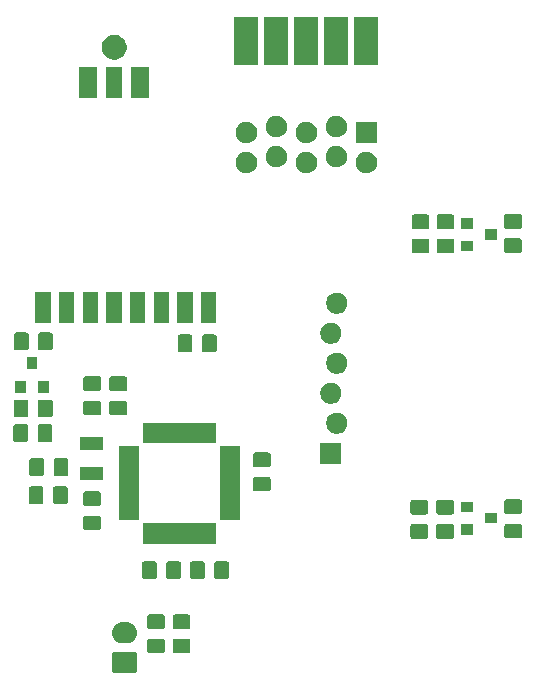
<source format=gbs>
G04 #@! TF.GenerationSoftware,KiCad,Pcbnew,(5.1.5)-3*
G04 #@! TF.CreationDate,2020-04-06T21:20:36+02:00*
G04 #@! TF.ProjectId,RHS_3,5248535f-332e-46b6-9963-61645f706362,rev?*
G04 #@! TF.SameCoordinates,Original*
G04 #@! TF.FileFunction,Soldermask,Bot*
G04 #@! TF.FilePolarity,Negative*
%FSLAX46Y46*%
G04 Gerber Fmt 4.6, Leading zero omitted, Abs format (unit mm)*
G04 Created by KiCad (PCBNEW (5.1.5)-3) date 2020-04-06 21:20:36*
%MOMM*%
%LPD*%
G04 APERTURE LIST*
%ADD10C,0.100000*%
G04 APERTURE END LIST*
D10*
G36*
X70885600Y-123308989D02*
G01*
X70918652Y-123319015D01*
X70949103Y-123335292D01*
X70975799Y-123357201D01*
X70997708Y-123383897D01*
X71013985Y-123414348D01*
X71024011Y-123447400D01*
X71028000Y-123487903D01*
X71028000Y-124924097D01*
X71024011Y-124964600D01*
X71013985Y-124997652D01*
X70997708Y-125028103D01*
X70975799Y-125054799D01*
X70949103Y-125076708D01*
X70918652Y-125092985D01*
X70885600Y-125103011D01*
X70845097Y-125107000D01*
X69108903Y-125107000D01*
X69068400Y-125103011D01*
X69035348Y-125092985D01*
X69004897Y-125076708D01*
X68978201Y-125054799D01*
X68956292Y-125028103D01*
X68940015Y-124997652D01*
X68929989Y-124964600D01*
X68926000Y-124924097D01*
X68926000Y-123487903D01*
X68929989Y-123447400D01*
X68940015Y-123414348D01*
X68956292Y-123383897D01*
X68978201Y-123357201D01*
X69004897Y-123335292D01*
X69035348Y-123319015D01*
X69068400Y-123308989D01*
X69108903Y-123305000D01*
X70845097Y-123305000D01*
X70885600Y-123308989D01*
G37*
G36*
X75391674Y-122196465D02*
G01*
X75429367Y-122207899D01*
X75464103Y-122226466D01*
X75494548Y-122251452D01*
X75519534Y-122281897D01*
X75538101Y-122316633D01*
X75549535Y-122354326D01*
X75554000Y-122399661D01*
X75554000Y-123236339D01*
X75549535Y-123281674D01*
X75538101Y-123319367D01*
X75519534Y-123354103D01*
X75494548Y-123384548D01*
X75464103Y-123409534D01*
X75429367Y-123428101D01*
X75391674Y-123439535D01*
X75346339Y-123444000D01*
X74259661Y-123444000D01*
X74214326Y-123439535D01*
X74176633Y-123428101D01*
X74141897Y-123409534D01*
X74111452Y-123384548D01*
X74086466Y-123354103D01*
X74067899Y-123319367D01*
X74056465Y-123281674D01*
X74052000Y-123236339D01*
X74052000Y-122399661D01*
X74056465Y-122354326D01*
X74067899Y-122316633D01*
X74086466Y-122281897D01*
X74111452Y-122251452D01*
X74141897Y-122226466D01*
X74176633Y-122207899D01*
X74214326Y-122196465D01*
X74259661Y-122192000D01*
X75346339Y-122192000D01*
X75391674Y-122196465D01*
G37*
G36*
X73232674Y-122196465D02*
G01*
X73270367Y-122207899D01*
X73305103Y-122226466D01*
X73335548Y-122251452D01*
X73360534Y-122281897D01*
X73379101Y-122316633D01*
X73390535Y-122354326D01*
X73395000Y-122399661D01*
X73395000Y-123236339D01*
X73390535Y-123281674D01*
X73379101Y-123319367D01*
X73360534Y-123354103D01*
X73335548Y-123384548D01*
X73305103Y-123409534D01*
X73270367Y-123428101D01*
X73232674Y-123439535D01*
X73187339Y-123444000D01*
X72100661Y-123444000D01*
X72055326Y-123439535D01*
X72017633Y-123428101D01*
X71982897Y-123409534D01*
X71952452Y-123384548D01*
X71927466Y-123354103D01*
X71908899Y-123319367D01*
X71897465Y-123281674D01*
X71893000Y-123236339D01*
X71893000Y-122399661D01*
X71897465Y-122354326D01*
X71908899Y-122316633D01*
X71927466Y-122281897D01*
X71952452Y-122251452D01*
X71982897Y-122226466D01*
X72017633Y-122207899D01*
X72055326Y-122196465D01*
X72100661Y-122192000D01*
X73187339Y-122192000D01*
X73232674Y-122196465D01*
G37*
G36*
X70237443Y-120811519D02*
G01*
X70303627Y-120818037D01*
X70473466Y-120869557D01*
X70629991Y-120953222D01*
X70665729Y-120982552D01*
X70767186Y-121065814D01*
X70850448Y-121167271D01*
X70879778Y-121203009D01*
X70963443Y-121359534D01*
X71014963Y-121529373D01*
X71032359Y-121706000D01*
X71014963Y-121882627D01*
X70963443Y-122052466D01*
X70879778Y-122208991D01*
X70856078Y-122237869D01*
X70767186Y-122346186D01*
X70688117Y-122411075D01*
X70629991Y-122458778D01*
X70473466Y-122542443D01*
X70303627Y-122593963D01*
X70237442Y-122600482D01*
X70171260Y-122607000D01*
X69782740Y-122607000D01*
X69716558Y-122600482D01*
X69650373Y-122593963D01*
X69480534Y-122542443D01*
X69324009Y-122458778D01*
X69265883Y-122411075D01*
X69186814Y-122346186D01*
X69097922Y-122237869D01*
X69074222Y-122208991D01*
X68990557Y-122052466D01*
X68939037Y-121882627D01*
X68921641Y-121706000D01*
X68939037Y-121529373D01*
X68990557Y-121359534D01*
X69074222Y-121203009D01*
X69103552Y-121167271D01*
X69186814Y-121065814D01*
X69288271Y-120982552D01*
X69324009Y-120953222D01*
X69480534Y-120869557D01*
X69650373Y-120818037D01*
X69716557Y-120811519D01*
X69782740Y-120805000D01*
X70171260Y-120805000D01*
X70237443Y-120811519D01*
G37*
G36*
X73232674Y-120146465D02*
G01*
X73270367Y-120157899D01*
X73305103Y-120176466D01*
X73335548Y-120201452D01*
X73360534Y-120231897D01*
X73379101Y-120266633D01*
X73390535Y-120304326D01*
X73395000Y-120349661D01*
X73395000Y-121186339D01*
X73390535Y-121231674D01*
X73379101Y-121269367D01*
X73360534Y-121304103D01*
X73335548Y-121334548D01*
X73305103Y-121359534D01*
X73270367Y-121378101D01*
X73232674Y-121389535D01*
X73187339Y-121394000D01*
X72100661Y-121394000D01*
X72055326Y-121389535D01*
X72017633Y-121378101D01*
X71982897Y-121359534D01*
X71952452Y-121334548D01*
X71927466Y-121304103D01*
X71908899Y-121269367D01*
X71897465Y-121231674D01*
X71893000Y-121186339D01*
X71893000Y-120349661D01*
X71897465Y-120304326D01*
X71908899Y-120266633D01*
X71927466Y-120231897D01*
X71952452Y-120201452D01*
X71982897Y-120176466D01*
X72017633Y-120157899D01*
X72055326Y-120146465D01*
X72100661Y-120142000D01*
X73187339Y-120142000D01*
X73232674Y-120146465D01*
G37*
G36*
X75391674Y-120146465D02*
G01*
X75429367Y-120157899D01*
X75464103Y-120176466D01*
X75494548Y-120201452D01*
X75519534Y-120231897D01*
X75538101Y-120266633D01*
X75549535Y-120304326D01*
X75554000Y-120349661D01*
X75554000Y-121186339D01*
X75549535Y-121231674D01*
X75538101Y-121269367D01*
X75519534Y-121304103D01*
X75494548Y-121334548D01*
X75464103Y-121359534D01*
X75429367Y-121378101D01*
X75391674Y-121389535D01*
X75346339Y-121394000D01*
X74259661Y-121394000D01*
X74214326Y-121389535D01*
X74176633Y-121378101D01*
X74141897Y-121359534D01*
X74111452Y-121334548D01*
X74086466Y-121304103D01*
X74067899Y-121269367D01*
X74056465Y-121231674D01*
X74052000Y-121186339D01*
X74052000Y-120349661D01*
X74056465Y-120304326D01*
X74067899Y-120266633D01*
X74086466Y-120231897D01*
X74111452Y-120201452D01*
X74141897Y-120176466D01*
X74176633Y-120157899D01*
X74214326Y-120146465D01*
X74259661Y-120142000D01*
X75346339Y-120142000D01*
X75391674Y-120146465D01*
G37*
G36*
X74598674Y-115663465D02*
G01*
X74636367Y-115674899D01*
X74671103Y-115693466D01*
X74701548Y-115718452D01*
X74726534Y-115748897D01*
X74745101Y-115783633D01*
X74756535Y-115821326D01*
X74761000Y-115866661D01*
X74761000Y-116953339D01*
X74756535Y-116998674D01*
X74745101Y-117036367D01*
X74726534Y-117071103D01*
X74701548Y-117101548D01*
X74671103Y-117126534D01*
X74636367Y-117145101D01*
X74598674Y-117156535D01*
X74553339Y-117161000D01*
X73716661Y-117161000D01*
X73671326Y-117156535D01*
X73633633Y-117145101D01*
X73598897Y-117126534D01*
X73568452Y-117101548D01*
X73543466Y-117071103D01*
X73524899Y-117036367D01*
X73513465Y-116998674D01*
X73509000Y-116953339D01*
X73509000Y-115866661D01*
X73513465Y-115821326D01*
X73524899Y-115783633D01*
X73543466Y-115748897D01*
X73568452Y-115718452D01*
X73598897Y-115693466D01*
X73633633Y-115674899D01*
X73671326Y-115663465D01*
X73716661Y-115659000D01*
X74553339Y-115659000D01*
X74598674Y-115663465D01*
G37*
G36*
X76608674Y-115663465D02*
G01*
X76646367Y-115674899D01*
X76681103Y-115693466D01*
X76711548Y-115718452D01*
X76736534Y-115748897D01*
X76755101Y-115783633D01*
X76766535Y-115821326D01*
X76771000Y-115866661D01*
X76771000Y-116953339D01*
X76766535Y-116998674D01*
X76755101Y-117036367D01*
X76736534Y-117071103D01*
X76711548Y-117101548D01*
X76681103Y-117126534D01*
X76646367Y-117145101D01*
X76608674Y-117156535D01*
X76563339Y-117161000D01*
X75726661Y-117161000D01*
X75681326Y-117156535D01*
X75643633Y-117145101D01*
X75608897Y-117126534D01*
X75578452Y-117101548D01*
X75553466Y-117071103D01*
X75534899Y-117036367D01*
X75523465Y-116998674D01*
X75519000Y-116953339D01*
X75519000Y-115866661D01*
X75523465Y-115821326D01*
X75534899Y-115783633D01*
X75553466Y-115748897D01*
X75578452Y-115718452D01*
X75608897Y-115693466D01*
X75643633Y-115674899D01*
X75681326Y-115663465D01*
X75726661Y-115659000D01*
X76563339Y-115659000D01*
X76608674Y-115663465D01*
G37*
G36*
X78658674Y-115663465D02*
G01*
X78696367Y-115674899D01*
X78731103Y-115693466D01*
X78761548Y-115718452D01*
X78786534Y-115748897D01*
X78805101Y-115783633D01*
X78816535Y-115821326D01*
X78821000Y-115866661D01*
X78821000Y-116953339D01*
X78816535Y-116998674D01*
X78805101Y-117036367D01*
X78786534Y-117071103D01*
X78761548Y-117101548D01*
X78731103Y-117126534D01*
X78696367Y-117145101D01*
X78658674Y-117156535D01*
X78613339Y-117161000D01*
X77776661Y-117161000D01*
X77731326Y-117156535D01*
X77693633Y-117145101D01*
X77658897Y-117126534D01*
X77628452Y-117101548D01*
X77603466Y-117071103D01*
X77584899Y-117036367D01*
X77573465Y-116998674D01*
X77569000Y-116953339D01*
X77569000Y-115866661D01*
X77573465Y-115821326D01*
X77584899Y-115783633D01*
X77603466Y-115748897D01*
X77628452Y-115718452D01*
X77658897Y-115693466D01*
X77693633Y-115674899D01*
X77731326Y-115663465D01*
X77776661Y-115659000D01*
X78613339Y-115659000D01*
X78658674Y-115663465D01*
G37*
G36*
X72548674Y-115663465D02*
G01*
X72586367Y-115674899D01*
X72621103Y-115693466D01*
X72651548Y-115718452D01*
X72676534Y-115748897D01*
X72695101Y-115783633D01*
X72706535Y-115821326D01*
X72711000Y-115866661D01*
X72711000Y-116953339D01*
X72706535Y-116998674D01*
X72695101Y-117036367D01*
X72676534Y-117071103D01*
X72651548Y-117101548D01*
X72621103Y-117126534D01*
X72586367Y-117145101D01*
X72548674Y-117156535D01*
X72503339Y-117161000D01*
X71666661Y-117161000D01*
X71621326Y-117156535D01*
X71583633Y-117145101D01*
X71548897Y-117126534D01*
X71518452Y-117101548D01*
X71493466Y-117071103D01*
X71474899Y-117036367D01*
X71463465Y-116998674D01*
X71459000Y-116953339D01*
X71459000Y-115866661D01*
X71463465Y-115821326D01*
X71474899Y-115783633D01*
X71493466Y-115748897D01*
X71518452Y-115718452D01*
X71548897Y-115693466D01*
X71583633Y-115674899D01*
X71621326Y-115663465D01*
X71666661Y-115659000D01*
X72503339Y-115659000D01*
X72548674Y-115663465D01*
G37*
G36*
X77766000Y-114151000D02*
G01*
X71514000Y-114151000D01*
X71514000Y-112449000D01*
X77766000Y-112449000D01*
X77766000Y-114151000D01*
G37*
G36*
X95528674Y-112493465D02*
G01*
X95566367Y-112504899D01*
X95601103Y-112523466D01*
X95631548Y-112548452D01*
X95656534Y-112578897D01*
X95675101Y-112613633D01*
X95686535Y-112651326D01*
X95691000Y-112696661D01*
X95691000Y-113533339D01*
X95686535Y-113578674D01*
X95675101Y-113616367D01*
X95656534Y-113651103D01*
X95631548Y-113681548D01*
X95601103Y-113706534D01*
X95566367Y-113725101D01*
X95528674Y-113736535D01*
X95483339Y-113741000D01*
X94396661Y-113741000D01*
X94351326Y-113736535D01*
X94313633Y-113725101D01*
X94278897Y-113706534D01*
X94248452Y-113681548D01*
X94223466Y-113651103D01*
X94204899Y-113616367D01*
X94193465Y-113578674D01*
X94189000Y-113533339D01*
X94189000Y-112696661D01*
X94193465Y-112651326D01*
X94204899Y-112613633D01*
X94223466Y-112578897D01*
X94248452Y-112548452D01*
X94278897Y-112523466D01*
X94313633Y-112504899D01*
X94351326Y-112493465D01*
X94396661Y-112489000D01*
X95483339Y-112489000D01*
X95528674Y-112493465D01*
G37*
G36*
X97708674Y-112493465D02*
G01*
X97746367Y-112504899D01*
X97781103Y-112523466D01*
X97811548Y-112548452D01*
X97836534Y-112578897D01*
X97855101Y-112613633D01*
X97866535Y-112651326D01*
X97871000Y-112696661D01*
X97871000Y-113533339D01*
X97866535Y-113578674D01*
X97855101Y-113616367D01*
X97836534Y-113651103D01*
X97811548Y-113681548D01*
X97781103Y-113706534D01*
X97746367Y-113725101D01*
X97708674Y-113736535D01*
X97663339Y-113741000D01*
X96576661Y-113741000D01*
X96531326Y-113736535D01*
X96493633Y-113725101D01*
X96458897Y-113706534D01*
X96428452Y-113681548D01*
X96403466Y-113651103D01*
X96384899Y-113616367D01*
X96373465Y-113578674D01*
X96369000Y-113533339D01*
X96369000Y-112696661D01*
X96373465Y-112651326D01*
X96384899Y-112613633D01*
X96403466Y-112578897D01*
X96428452Y-112548452D01*
X96458897Y-112523466D01*
X96493633Y-112504899D01*
X96531326Y-112493465D01*
X96576661Y-112489000D01*
X97663339Y-112489000D01*
X97708674Y-112493465D01*
G37*
G36*
X103478674Y-112463465D02*
G01*
X103516367Y-112474899D01*
X103551103Y-112493466D01*
X103581548Y-112518452D01*
X103606534Y-112548897D01*
X103625101Y-112583633D01*
X103636535Y-112621326D01*
X103641000Y-112666661D01*
X103641000Y-113503339D01*
X103636535Y-113548674D01*
X103625101Y-113586367D01*
X103606534Y-113621103D01*
X103581548Y-113651548D01*
X103551103Y-113676534D01*
X103516367Y-113695101D01*
X103478674Y-113706535D01*
X103433339Y-113711000D01*
X102346661Y-113711000D01*
X102301326Y-113706535D01*
X102263633Y-113695101D01*
X102228897Y-113676534D01*
X102198452Y-113651548D01*
X102173466Y-113621103D01*
X102154899Y-113586367D01*
X102143465Y-113548674D01*
X102139000Y-113503339D01*
X102139000Y-112666661D01*
X102143465Y-112621326D01*
X102154899Y-112583633D01*
X102173466Y-112548897D01*
X102198452Y-112518452D01*
X102228897Y-112493466D01*
X102263633Y-112474899D01*
X102301326Y-112463465D01*
X102346661Y-112459000D01*
X103433339Y-112459000D01*
X103478674Y-112463465D01*
G37*
G36*
X99501000Y-113401000D02*
G01*
X98499000Y-113401000D01*
X98499000Y-112499000D01*
X99501000Y-112499000D01*
X99501000Y-113401000D01*
G37*
G36*
X67818674Y-111783465D02*
G01*
X67856367Y-111794899D01*
X67891103Y-111813466D01*
X67921548Y-111838452D01*
X67946534Y-111868897D01*
X67965101Y-111903633D01*
X67976535Y-111941326D01*
X67981000Y-111986661D01*
X67981000Y-112823339D01*
X67976535Y-112868674D01*
X67965101Y-112906367D01*
X67946534Y-112941103D01*
X67921548Y-112971548D01*
X67891103Y-112996534D01*
X67856367Y-113015101D01*
X67818674Y-113026535D01*
X67773339Y-113031000D01*
X66686661Y-113031000D01*
X66641326Y-113026535D01*
X66603633Y-113015101D01*
X66568897Y-112996534D01*
X66538452Y-112971548D01*
X66513466Y-112941103D01*
X66494899Y-112906367D01*
X66483465Y-112868674D01*
X66479000Y-112823339D01*
X66479000Y-111986661D01*
X66483465Y-111941326D01*
X66494899Y-111903633D01*
X66513466Y-111868897D01*
X66538452Y-111838452D01*
X66568897Y-111813466D01*
X66603633Y-111794899D01*
X66641326Y-111783465D01*
X66686661Y-111779000D01*
X67773339Y-111779000D01*
X67818674Y-111783465D01*
G37*
G36*
X101501000Y-112451000D02*
G01*
X100499000Y-112451000D01*
X100499000Y-111549000D01*
X101501000Y-111549000D01*
X101501000Y-112451000D01*
G37*
G36*
X71241000Y-112176000D02*
G01*
X69539000Y-112176000D01*
X69539000Y-105924000D01*
X71241000Y-105924000D01*
X71241000Y-112176000D01*
G37*
G36*
X79741000Y-112176000D02*
G01*
X78039000Y-112176000D01*
X78039000Y-105924000D01*
X79741000Y-105924000D01*
X79741000Y-112176000D01*
G37*
G36*
X95528674Y-110443465D02*
G01*
X95566367Y-110454899D01*
X95601103Y-110473466D01*
X95631548Y-110498452D01*
X95656534Y-110528897D01*
X95675101Y-110563633D01*
X95686535Y-110601326D01*
X95691000Y-110646661D01*
X95691000Y-111483339D01*
X95686535Y-111528674D01*
X95675101Y-111566367D01*
X95656534Y-111601103D01*
X95631548Y-111631548D01*
X95601103Y-111656534D01*
X95566367Y-111675101D01*
X95528674Y-111686535D01*
X95483339Y-111691000D01*
X94396661Y-111691000D01*
X94351326Y-111686535D01*
X94313633Y-111675101D01*
X94278897Y-111656534D01*
X94248452Y-111631548D01*
X94223466Y-111601103D01*
X94204899Y-111566367D01*
X94193465Y-111528674D01*
X94189000Y-111483339D01*
X94189000Y-110646661D01*
X94193465Y-110601326D01*
X94204899Y-110563633D01*
X94223466Y-110528897D01*
X94248452Y-110498452D01*
X94278897Y-110473466D01*
X94313633Y-110454899D01*
X94351326Y-110443465D01*
X94396661Y-110439000D01*
X95483339Y-110439000D01*
X95528674Y-110443465D01*
G37*
G36*
X97708674Y-110443465D02*
G01*
X97746367Y-110454899D01*
X97781103Y-110473466D01*
X97811548Y-110498452D01*
X97836534Y-110528897D01*
X97855101Y-110563633D01*
X97866535Y-110601326D01*
X97871000Y-110646661D01*
X97871000Y-111483339D01*
X97866535Y-111528674D01*
X97855101Y-111566367D01*
X97836534Y-111601103D01*
X97811548Y-111631548D01*
X97781103Y-111656534D01*
X97746367Y-111675101D01*
X97708674Y-111686535D01*
X97663339Y-111691000D01*
X96576661Y-111691000D01*
X96531326Y-111686535D01*
X96493633Y-111675101D01*
X96458897Y-111656534D01*
X96428452Y-111631548D01*
X96403466Y-111601103D01*
X96384899Y-111566367D01*
X96373465Y-111528674D01*
X96369000Y-111483339D01*
X96369000Y-110646661D01*
X96373465Y-110601326D01*
X96384899Y-110563633D01*
X96403466Y-110528897D01*
X96428452Y-110498452D01*
X96458897Y-110473466D01*
X96493633Y-110454899D01*
X96531326Y-110443465D01*
X96576661Y-110439000D01*
X97663339Y-110439000D01*
X97708674Y-110443465D01*
G37*
G36*
X103478674Y-110413465D02*
G01*
X103516367Y-110424899D01*
X103551103Y-110443466D01*
X103581548Y-110468452D01*
X103606534Y-110498897D01*
X103625101Y-110533633D01*
X103636535Y-110571326D01*
X103641000Y-110616661D01*
X103641000Y-111453339D01*
X103636535Y-111498674D01*
X103625101Y-111536367D01*
X103606534Y-111571103D01*
X103581548Y-111601548D01*
X103551103Y-111626534D01*
X103516367Y-111645101D01*
X103478674Y-111656535D01*
X103433339Y-111661000D01*
X102346661Y-111661000D01*
X102301326Y-111656535D01*
X102263633Y-111645101D01*
X102228897Y-111626534D01*
X102198452Y-111601548D01*
X102173466Y-111571103D01*
X102154899Y-111536367D01*
X102143465Y-111498674D01*
X102139000Y-111453339D01*
X102139000Y-110616661D01*
X102143465Y-110571326D01*
X102154899Y-110533633D01*
X102173466Y-110498897D01*
X102198452Y-110468452D01*
X102228897Y-110443466D01*
X102263633Y-110424899D01*
X102301326Y-110413465D01*
X102346661Y-110409000D01*
X103433339Y-110409000D01*
X103478674Y-110413465D01*
G37*
G36*
X99501000Y-111501000D02*
G01*
X98499000Y-111501000D01*
X98499000Y-110599000D01*
X99501000Y-110599000D01*
X99501000Y-111501000D01*
G37*
G36*
X67818674Y-109733465D02*
G01*
X67856367Y-109744899D01*
X67891103Y-109763466D01*
X67921548Y-109788452D01*
X67946534Y-109818897D01*
X67965101Y-109853633D01*
X67976535Y-109891326D01*
X67981000Y-109936661D01*
X67981000Y-110773339D01*
X67976535Y-110818674D01*
X67965101Y-110856367D01*
X67946534Y-110891103D01*
X67921548Y-110921548D01*
X67891103Y-110946534D01*
X67856367Y-110965101D01*
X67818674Y-110976535D01*
X67773339Y-110981000D01*
X66686661Y-110981000D01*
X66641326Y-110976535D01*
X66603633Y-110965101D01*
X66568897Y-110946534D01*
X66538452Y-110921548D01*
X66513466Y-110891103D01*
X66494899Y-110856367D01*
X66483465Y-110818674D01*
X66479000Y-110773339D01*
X66479000Y-109936661D01*
X66483465Y-109891326D01*
X66494899Y-109853633D01*
X66513466Y-109818897D01*
X66538452Y-109788452D01*
X66568897Y-109763466D01*
X66603633Y-109744899D01*
X66641326Y-109733465D01*
X66686661Y-109729000D01*
X67773339Y-109729000D01*
X67818674Y-109733465D01*
G37*
G36*
X62958674Y-109313465D02*
G01*
X62996367Y-109324899D01*
X63031103Y-109343466D01*
X63061548Y-109368452D01*
X63086534Y-109398897D01*
X63105101Y-109433633D01*
X63116535Y-109471326D01*
X63121000Y-109516661D01*
X63121000Y-110603339D01*
X63116535Y-110648674D01*
X63105101Y-110686367D01*
X63086534Y-110721103D01*
X63061548Y-110751548D01*
X63031103Y-110776534D01*
X62996367Y-110795101D01*
X62958674Y-110806535D01*
X62913339Y-110811000D01*
X62076661Y-110811000D01*
X62031326Y-110806535D01*
X61993633Y-110795101D01*
X61958897Y-110776534D01*
X61928452Y-110751548D01*
X61903466Y-110721103D01*
X61884899Y-110686367D01*
X61873465Y-110648674D01*
X61869000Y-110603339D01*
X61869000Y-109516661D01*
X61873465Y-109471326D01*
X61884899Y-109433633D01*
X61903466Y-109398897D01*
X61928452Y-109368452D01*
X61958897Y-109343466D01*
X61993633Y-109324899D01*
X62031326Y-109313465D01*
X62076661Y-109309000D01*
X62913339Y-109309000D01*
X62958674Y-109313465D01*
G37*
G36*
X65008674Y-109313465D02*
G01*
X65046367Y-109324899D01*
X65081103Y-109343466D01*
X65111548Y-109368452D01*
X65136534Y-109398897D01*
X65155101Y-109433633D01*
X65166535Y-109471326D01*
X65171000Y-109516661D01*
X65171000Y-110603339D01*
X65166535Y-110648674D01*
X65155101Y-110686367D01*
X65136534Y-110721103D01*
X65111548Y-110751548D01*
X65081103Y-110776534D01*
X65046367Y-110795101D01*
X65008674Y-110806535D01*
X64963339Y-110811000D01*
X64126661Y-110811000D01*
X64081326Y-110806535D01*
X64043633Y-110795101D01*
X64008897Y-110776534D01*
X63978452Y-110751548D01*
X63953466Y-110721103D01*
X63934899Y-110686367D01*
X63923465Y-110648674D01*
X63919000Y-110603339D01*
X63919000Y-109516661D01*
X63923465Y-109471326D01*
X63934899Y-109433633D01*
X63953466Y-109398897D01*
X63978452Y-109368452D01*
X64008897Y-109343466D01*
X64043633Y-109324899D01*
X64081326Y-109313465D01*
X64126661Y-109309000D01*
X64963339Y-109309000D01*
X65008674Y-109313465D01*
G37*
G36*
X82188674Y-108493465D02*
G01*
X82226367Y-108504899D01*
X82261103Y-108523466D01*
X82291548Y-108548452D01*
X82316534Y-108578897D01*
X82335101Y-108613633D01*
X82346535Y-108651326D01*
X82351000Y-108696661D01*
X82351000Y-109533339D01*
X82346535Y-109578674D01*
X82335101Y-109616367D01*
X82316534Y-109651103D01*
X82291548Y-109681548D01*
X82261103Y-109706534D01*
X82226367Y-109725101D01*
X82188674Y-109736535D01*
X82143339Y-109741000D01*
X81056661Y-109741000D01*
X81011326Y-109736535D01*
X80973633Y-109725101D01*
X80938897Y-109706534D01*
X80908452Y-109681548D01*
X80883466Y-109651103D01*
X80864899Y-109616367D01*
X80853465Y-109578674D01*
X80849000Y-109533339D01*
X80849000Y-108696661D01*
X80853465Y-108651326D01*
X80864899Y-108613633D01*
X80883466Y-108578897D01*
X80908452Y-108548452D01*
X80938897Y-108523466D01*
X80973633Y-108504899D01*
X81011326Y-108493465D01*
X81056661Y-108489000D01*
X82143339Y-108489000D01*
X82188674Y-108493465D01*
G37*
G36*
X68131000Y-108771000D02*
G01*
X66229000Y-108771000D01*
X66229000Y-107669000D01*
X68131000Y-107669000D01*
X68131000Y-108771000D01*
G37*
G36*
X65058674Y-106933465D02*
G01*
X65096367Y-106944899D01*
X65131103Y-106963466D01*
X65161548Y-106988452D01*
X65186534Y-107018897D01*
X65205101Y-107053633D01*
X65216535Y-107091326D01*
X65221000Y-107136661D01*
X65221000Y-108223339D01*
X65216535Y-108268674D01*
X65205101Y-108306367D01*
X65186534Y-108341103D01*
X65161548Y-108371548D01*
X65131103Y-108396534D01*
X65096367Y-108415101D01*
X65058674Y-108426535D01*
X65013339Y-108431000D01*
X64176661Y-108431000D01*
X64131326Y-108426535D01*
X64093633Y-108415101D01*
X64058897Y-108396534D01*
X64028452Y-108371548D01*
X64003466Y-108341103D01*
X63984899Y-108306367D01*
X63973465Y-108268674D01*
X63969000Y-108223339D01*
X63969000Y-107136661D01*
X63973465Y-107091326D01*
X63984899Y-107053633D01*
X64003466Y-107018897D01*
X64028452Y-106988452D01*
X64058897Y-106963466D01*
X64093633Y-106944899D01*
X64131326Y-106933465D01*
X64176661Y-106929000D01*
X65013339Y-106929000D01*
X65058674Y-106933465D01*
G37*
G36*
X63008674Y-106933465D02*
G01*
X63046367Y-106944899D01*
X63081103Y-106963466D01*
X63111548Y-106988452D01*
X63136534Y-107018897D01*
X63155101Y-107053633D01*
X63166535Y-107091326D01*
X63171000Y-107136661D01*
X63171000Y-108223339D01*
X63166535Y-108268674D01*
X63155101Y-108306367D01*
X63136534Y-108341103D01*
X63111548Y-108371548D01*
X63081103Y-108396534D01*
X63046367Y-108415101D01*
X63008674Y-108426535D01*
X62963339Y-108431000D01*
X62126661Y-108431000D01*
X62081326Y-108426535D01*
X62043633Y-108415101D01*
X62008897Y-108396534D01*
X61978452Y-108371548D01*
X61953466Y-108341103D01*
X61934899Y-108306367D01*
X61923465Y-108268674D01*
X61919000Y-108223339D01*
X61919000Y-107136661D01*
X61923465Y-107091326D01*
X61934899Y-107053633D01*
X61953466Y-107018897D01*
X61978452Y-106988452D01*
X62008897Y-106963466D01*
X62043633Y-106944899D01*
X62081326Y-106933465D01*
X62126661Y-106929000D01*
X62963339Y-106929000D01*
X63008674Y-106933465D01*
G37*
G36*
X82188674Y-106443465D02*
G01*
X82226367Y-106454899D01*
X82261103Y-106473466D01*
X82291548Y-106498452D01*
X82316534Y-106528897D01*
X82335101Y-106563633D01*
X82346535Y-106601326D01*
X82351000Y-106646661D01*
X82351000Y-107483339D01*
X82346535Y-107528674D01*
X82335101Y-107566367D01*
X82316534Y-107601103D01*
X82291548Y-107631548D01*
X82261103Y-107656534D01*
X82226367Y-107675101D01*
X82188674Y-107686535D01*
X82143339Y-107691000D01*
X81056661Y-107691000D01*
X81011326Y-107686535D01*
X80973633Y-107675101D01*
X80938897Y-107656534D01*
X80908452Y-107631548D01*
X80883466Y-107601103D01*
X80864899Y-107566367D01*
X80853465Y-107528674D01*
X80849000Y-107483339D01*
X80849000Y-106646661D01*
X80853465Y-106601326D01*
X80864899Y-106563633D01*
X80883466Y-106528897D01*
X80908452Y-106498452D01*
X80938897Y-106473466D01*
X80973633Y-106454899D01*
X81011326Y-106443465D01*
X81056661Y-106439000D01*
X82143339Y-106439000D01*
X82188674Y-106443465D01*
G37*
G36*
X88351000Y-107401000D02*
G01*
X86549000Y-107401000D01*
X86549000Y-105599000D01*
X88351000Y-105599000D01*
X88351000Y-107401000D01*
G37*
G36*
X68131000Y-106271000D02*
G01*
X66229000Y-106271000D01*
X66229000Y-105169000D01*
X68131000Y-105169000D01*
X68131000Y-106271000D01*
G37*
G36*
X77766000Y-105651000D02*
G01*
X71514000Y-105651000D01*
X71514000Y-103949000D01*
X77766000Y-103949000D01*
X77766000Y-105651000D01*
G37*
G36*
X63708674Y-104053465D02*
G01*
X63746367Y-104064899D01*
X63781103Y-104083466D01*
X63811548Y-104108452D01*
X63836534Y-104138897D01*
X63855101Y-104173633D01*
X63866535Y-104211326D01*
X63871000Y-104256661D01*
X63871000Y-105343339D01*
X63866535Y-105388674D01*
X63855101Y-105426367D01*
X63836534Y-105461103D01*
X63811548Y-105491548D01*
X63781103Y-105516534D01*
X63746367Y-105535101D01*
X63708674Y-105546535D01*
X63663339Y-105551000D01*
X62826661Y-105551000D01*
X62781326Y-105546535D01*
X62743633Y-105535101D01*
X62708897Y-105516534D01*
X62678452Y-105491548D01*
X62653466Y-105461103D01*
X62634899Y-105426367D01*
X62623465Y-105388674D01*
X62619000Y-105343339D01*
X62619000Y-104256661D01*
X62623465Y-104211326D01*
X62634899Y-104173633D01*
X62653466Y-104138897D01*
X62678452Y-104108452D01*
X62708897Y-104083466D01*
X62743633Y-104064899D01*
X62781326Y-104053465D01*
X62826661Y-104049000D01*
X63663339Y-104049000D01*
X63708674Y-104053465D01*
G37*
G36*
X61658674Y-104053465D02*
G01*
X61696367Y-104064899D01*
X61731103Y-104083466D01*
X61761548Y-104108452D01*
X61786534Y-104138897D01*
X61805101Y-104173633D01*
X61816535Y-104211326D01*
X61821000Y-104256661D01*
X61821000Y-105343339D01*
X61816535Y-105388674D01*
X61805101Y-105426367D01*
X61786534Y-105461103D01*
X61761548Y-105491548D01*
X61731103Y-105516534D01*
X61696367Y-105535101D01*
X61658674Y-105546535D01*
X61613339Y-105551000D01*
X60776661Y-105551000D01*
X60731326Y-105546535D01*
X60693633Y-105535101D01*
X60658897Y-105516534D01*
X60628452Y-105491548D01*
X60603466Y-105461103D01*
X60584899Y-105426367D01*
X60573465Y-105388674D01*
X60569000Y-105343339D01*
X60569000Y-104256661D01*
X60573465Y-104211326D01*
X60584899Y-104173633D01*
X60603466Y-104138897D01*
X60628452Y-104108452D01*
X60658897Y-104083466D01*
X60693633Y-104064899D01*
X60731326Y-104053465D01*
X60776661Y-104049000D01*
X61613339Y-104049000D01*
X61658674Y-104053465D01*
G37*
G36*
X88063512Y-103063927D02*
G01*
X88212812Y-103093624D01*
X88376784Y-103161544D01*
X88524354Y-103260147D01*
X88649853Y-103385646D01*
X88748456Y-103533216D01*
X88816376Y-103697188D01*
X88846073Y-103846488D01*
X88851000Y-103871258D01*
X88851000Y-104048742D01*
X88849908Y-104054230D01*
X88816376Y-104222812D01*
X88748456Y-104386784D01*
X88649853Y-104534354D01*
X88524354Y-104659853D01*
X88376784Y-104758456D01*
X88212812Y-104826376D01*
X88063512Y-104856073D01*
X88038742Y-104861000D01*
X87861258Y-104861000D01*
X87836488Y-104856073D01*
X87687188Y-104826376D01*
X87523216Y-104758456D01*
X87375646Y-104659853D01*
X87250147Y-104534354D01*
X87151544Y-104386784D01*
X87083624Y-104222812D01*
X87050092Y-104054230D01*
X87049000Y-104048742D01*
X87049000Y-103871258D01*
X87053927Y-103846488D01*
X87083624Y-103697188D01*
X87151544Y-103533216D01*
X87250147Y-103385646D01*
X87375646Y-103260147D01*
X87523216Y-103161544D01*
X87687188Y-103093624D01*
X87836488Y-103063927D01*
X87861258Y-103059000D01*
X88038742Y-103059000D01*
X88063512Y-103063927D01*
G37*
G36*
X61678674Y-101963465D02*
G01*
X61716367Y-101974899D01*
X61751103Y-101993466D01*
X61781548Y-102018452D01*
X61806534Y-102048897D01*
X61825101Y-102083633D01*
X61836535Y-102121326D01*
X61841000Y-102166661D01*
X61841000Y-103253339D01*
X61836535Y-103298674D01*
X61825101Y-103336367D01*
X61806534Y-103371103D01*
X61781548Y-103401548D01*
X61751103Y-103426534D01*
X61716367Y-103445101D01*
X61678674Y-103456535D01*
X61633339Y-103461000D01*
X60796661Y-103461000D01*
X60751326Y-103456535D01*
X60713633Y-103445101D01*
X60678897Y-103426534D01*
X60648452Y-103401548D01*
X60623466Y-103371103D01*
X60604899Y-103336367D01*
X60593465Y-103298674D01*
X60589000Y-103253339D01*
X60589000Y-102166661D01*
X60593465Y-102121326D01*
X60604899Y-102083633D01*
X60623466Y-102048897D01*
X60648452Y-102018452D01*
X60678897Y-101993466D01*
X60713633Y-101974899D01*
X60751326Y-101963465D01*
X60796661Y-101959000D01*
X61633339Y-101959000D01*
X61678674Y-101963465D01*
G37*
G36*
X63728674Y-101963465D02*
G01*
X63766367Y-101974899D01*
X63801103Y-101993466D01*
X63831548Y-102018452D01*
X63856534Y-102048897D01*
X63875101Y-102083633D01*
X63886535Y-102121326D01*
X63891000Y-102166661D01*
X63891000Y-103253339D01*
X63886535Y-103298674D01*
X63875101Y-103336367D01*
X63856534Y-103371103D01*
X63831548Y-103401548D01*
X63801103Y-103426534D01*
X63766367Y-103445101D01*
X63728674Y-103456535D01*
X63683339Y-103461000D01*
X62846661Y-103461000D01*
X62801326Y-103456535D01*
X62763633Y-103445101D01*
X62728897Y-103426534D01*
X62698452Y-103401548D01*
X62673466Y-103371103D01*
X62654899Y-103336367D01*
X62643465Y-103298674D01*
X62639000Y-103253339D01*
X62639000Y-102166661D01*
X62643465Y-102121326D01*
X62654899Y-102083633D01*
X62673466Y-102048897D01*
X62698452Y-102018452D01*
X62728897Y-101993466D01*
X62763633Y-101974899D01*
X62801326Y-101963465D01*
X62846661Y-101959000D01*
X63683339Y-101959000D01*
X63728674Y-101963465D01*
G37*
G36*
X70028674Y-102053465D02*
G01*
X70066367Y-102064899D01*
X70101103Y-102083466D01*
X70131548Y-102108452D01*
X70156534Y-102138897D01*
X70175101Y-102173633D01*
X70186535Y-102211326D01*
X70191000Y-102256661D01*
X70191000Y-103093339D01*
X70186535Y-103138674D01*
X70175101Y-103176367D01*
X70156534Y-103211103D01*
X70131548Y-103241548D01*
X70101103Y-103266534D01*
X70066367Y-103285101D01*
X70028674Y-103296535D01*
X69983339Y-103301000D01*
X68896661Y-103301000D01*
X68851326Y-103296535D01*
X68813633Y-103285101D01*
X68778897Y-103266534D01*
X68748452Y-103241548D01*
X68723466Y-103211103D01*
X68704899Y-103176367D01*
X68693465Y-103138674D01*
X68689000Y-103093339D01*
X68689000Y-102256661D01*
X68693465Y-102211326D01*
X68704899Y-102173633D01*
X68723466Y-102138897D01*
X68748452Y-102108452D01*
X68778897Y-102083466D01*
X68813633Y-102064899D01*
X68851326Y-102053465D01*
X68896661Y-102049000D01*
X69983339Y-102049000D01*
X70028674Y-102053465D01*
G37*
G36*
X67838674Y-102043465D02*
G01*
X67876367Y-102054899D01*
X67911103Y-102073466D01*
X67941548Y-102098452D01*
X67966534Y-102128897D01*
X67985101Y-102163633D01*
X67996535Y-102201326D01*
X68001000Y-102246661D01*
X68001000Y-103083339D01*
X67996535Y-103128674D01*
X67985101Y-103166367D01*
X67966534Y-103201103D01*
X67941548Y-103231548D01*
X67911103Y-103256534D01*
X67876367Y-103275101D01*
X67838674Y-103286535D01*
X67793339Y-103291000D01*
X66706661Y-103291000D01*
X66661326Y-103286535D01*
X66623633Y-103275101D01*
X66588897Y-103256534D01*
X66558452Y-103231548D01*
X66533466Y-103201103D01*
X66514899Y-103166367D01*
X66503465Y-103128674D01*
X66499000Y-103083339D01*
X66499000Y-102246661D01*
X66503465Y-102201326D01*
X66514899Y-102163633D01*
X66533466Y-102128897D01*
X66558452Y-102098452D01*
X66588897Y-102073466D01*
X66623633Y-102054899D01*
X66661326Y-102043465D01*
X66706661Y-102039000D01*
X67793339Y-102039000D01*
X67838674Y-102043465D01*
G37*
G36*
X87563512Y-100523927D02*
G01*
X87712812Y-100553624D01*
X87876784Y-100621544D01*
X88024354Y-100720147D01*
X88149853Y-100845646D01*
X88248456Y-100993216D01*
X88316376Y-101157188D01*
X88351000Y-101331259D01*
X88351000Y-101508741D01*
X88316376Y-101682812D01*
X88248456Y-101846784D01*
X88149853Y-101994354D01*
X88024354Y-102119853D01*
X87876784Y-102218456D01*
X87712812Y-102286376D01*
X87563512Y-102316073D01*
X87538742Y-102321000D01*
X87361258Y-102321000D01*
X87336488Y-102316073D01*
X87187188Y-102286376D01*
X87023216Y-102218456D01*
X86875646Y-102119853D01*
X86750147Y-101994354D01*
X86651544Y-101846784D01*
X86583624Y-101682812D01*
X86549000Y-101508741D01*
X86549000Y-101331259D01*
X86583624Y-101157188D01*
X86651544Y-100993216D01*
X86750147Y-100845646D01*
X86875646Y-100720147D01*
X87023216Y-100621544D01*
X87187188Y-100553624D01*
X87336488Y-100523927D01*
X87361258Y-100519000D01*
X87538742Y-100519000D01*
X87563512Y-100523927D01*
G37*
G36*
X63551000Y-101376000D02*
G01*
X62649000Y-101376000D01*
X62649000Y-100374000D01*
X63551000Y-100374000D01*
X63551000Y-101376000D01*
G37*
G36*
X61651000Y-101376000D02*
G01*
X60749000Y-101376000D01*
X60749000Y-100374000D01*
X61651000Y-100374000D01*
X61651000Y-101376000D01*
G37*
G36*
X70028674Y-100003465D02*
G01*
X70066367Y-100014899D01*
X70101103Y-100033466D01*
X70131548Y-100058452D01*
X70156534Y-100088897D01*
X70175101Y-100123633D01*
X70186535Y-100161326D01*
X70191000Y-100206661D01*
X70191000Y-101043339D01*
X70186535Y-101088674D01*
X70175101Y-101126367D01*
X70156534Y-101161103D01*
X70131548Y-101191548D01*
X70101103Y-101216534D01*
X70066367Y-101235101D01*
X70028674Y-101246535D01*
X69983339Y-101251000D01*
X68896661Y-101251000D01*
X68851326Y-101246535D01*
X68813633Y-101235101D01*
X68778897Y-101216534D01*
X68748452Y-101191548D01*
X68723466Y-101161103D01*
X68704899Y-101126367D01*
X68693465Y-101088674D01*
X68689000Y-101043339D01*
X68689000Y-100206661D01*
X68693465Y-100161326D01*
X68704899Y-100123633D01*
X68723466Y-100088897D01*
X68748452Y-100058452D01*
X68778897Y-100033466D01*
X68813633Y-100014899D01*
X68851326Y-100003465D01*
X68896661Y-99999000D01*
X69983339Y-99999000D01*
X70028674Y-100003465D01*
G37*
G36*
X67838674Y-99993465D02*
G01*
X67876367Y-100004899D01*
X67911103Y-100023466D01*
X67941548Y-100048452D01*
X67966534Y-100078897D01*
X67985101Y-100113633D01*
X67996535Y-100151326D01*
X68001000Y-100196661D01*
X68001000Y-101033339D01*
X67996535Y-101078674D01*
X67985101Y-101116367D01*
X67966534Y-101151103D01*
X67941548Y-101181548D01*
X67911103Y-101206534D01*
X67876367Y-101225101D01*
X67838674Y-101236535D01*
X67793339Y-101241000D01*
X66706661Y-101241000D01*
X66661326Y-101236535D01*
X66623633Y-101225101D01*
X66588897Y-101206534D01*
X66558452Y-101181548D01*
X66533466Y-101151103D01*
X66514899Y-101116367D01*
X66503465Y-101078674D01*
X66499000Y-101033339D01*
X66499000Y-100196661D01*
X66503465Y-100151326D01*
X66514899Y-100113633D01*
X66533466Y-100078897D01*
X66558452Y-100048452D01*
X66588897Y-100023466D01*
X66623633Y-100004899D01*
X66661326Y-99993465D01*
X66706661Y-99989000D01*
X67793339Y-99989000D01*
X67838674Y-99993465D01*
G37*
G36*
X88063512Y-97983927D02*
G01*
X88212812Y-98013624D01*
X88376784Y-98081544D01*
X88524354Y-98180147D01*
X88649853Y-98305646D01*
X88748456Y-98453216D01*
X88816376Y-98617188D01*
X88851000Y-98791259D01*
X88851000Y-98968741D01*
X88816376Y-99142812D01*
X88748456Y-99306784D01*
X88649853Y-99454354D01*
X88524354Y-99579853D01*
X88376784Y-99678456D01*
X88212812Y-99746376D01*
X88063512Y-99776073D01*
X88038742Y-99781000D01*
X87861258Y-99781000D01*
X87836488Y-99776073D01*
X87687188Y-99746376D01*
X87523216Y-99678456D01*
X87375646Y-99579853D01*
X87250147Y-99454354D01*
X87151544Y-99306784D01*
X87083624Y-99142812D01*
X87049000Y-98968741D01*
X87049000Y-98791259D01*
X87083624Y-98617188D01*
X87151544Y-98453216D01*
X87250147Y-98305646D01*
X87375646Y-98180147D01*
X87523216Y-98081544D01*
X87687188Y-98013624D01*
X87836488Y-97983927D01*
X87861258Y-97979000D01*
X88038742Y-97979000D01*
X88063512Y-97983927D01*
G37*
G36*
X62601000Y-99376000D02*
G01*
X61699000Y-99376000D01*
X61699000Y-98374000D01*
X62601000Y-98374000D01*
X62601000Y-99376000D01*
G37*
G36*
X77618674Y-96453465D02*
G01*
X77656367Y-96464899D01*
X77691103Y-96483466D01*
X77721548Y-96508452D01*
X77746534Y-96538897D01*
X77765101Y-96573633D01*
X77776535Y-96611326D01*
X77781000Y-96656661D01*
X77781000Y-97743339D01*
X77776535Y-97788674D01*
X77765101Y-97826367D01*
X77746534Y-97861103D01*
X77721548Y-97891548D01*
X77691103Y-97916534D01*
X77656367Y-97935101D01*
X77618674Y-97946535D01*
X77573339Y-97951000D01*
X76736661Y-97951000D01*
X76691326Y-97946535D01*
X76653633Y-97935101D01*
X76618897Y-97916534D01*
X76588452Y-97891548D01*
X76563466Y-97861103D01*
X76544899Y-97826367D01*
X76533465Y-97788674D01*
X76529000Y-97743339D01*
X76529000Y-96656661D01*
X76533465Y-96611326D01*
X76544899Y-96573633D01*
X76563466Y-96538897D01*
X76588452Y-96508452D01*
X76618897Y-96483466D01*
X76653633Y-96464899D01*
X76691326Y-96453465D01*
X76736661Y-96449000D01*
X77573339Y-96449000D01*
X77618674Y-96453465D01*
G37*
G36*
X75568674Y-96453465D02*
G01*
X75606367Y-96464899D01*
X75641103Y-96483466D01*
X75671548Y-96508452D01*
X75696534Y-96538897D01*
X75715101Y-96573633D01*
X75726535Y-96611326D01*
X75731000Y-96656661D01*
X75731000Y-97743339D01*
X75726535Y-97788674D01*
X75715101Y-97826367D01*
X75696534Y-97861103D01*
X75671548Y-97891548D01*
X75641103Y-97916534D01*
X75606367Y-97935101D01*
X75568674Y-97946535D01*
X75523339Y-97951000D01*
X74686661Y-97951000D01*
X74641326Y-97946535D01*
X74603633Y-97935101D01*
X74568897Y-97916534D01*
X74538452Y-97891548D01*
X74513466Y-97861103D01*
X74494899Y-97826367D01*
X74483465Y-97788674D01*
X74479000Y-97743339D01*
X74479000Y-96656661D01*
X74483465Y-96611326D01*
X74494899Y-96573633D01*
X74513466Y-96538897D01*
X74538452Y-96508452D01*
X74568897Y-96483466D01*
X74603633Y-96464899D01*
X74641326Y-96453465D01*
X74686661Y-96449000D01*
X75523339Y-96449000D01*
X75568674Y-96453465D01*
G37*
G36*
X63748674Y-96283465D02*
G01*
X63786367Y-96294899D01*
X63821103Y-96313466D01*
X63851548Y-96338452D01*
X63876534Y-96368897D01*
X63895101Y-96403633D01*
X63906535Y-96441326D01*
X63911000Y-96486661D01*
X63911000Y-97573339D01*
X63906535Y-97618674D01*
X63895101Y-97656367D01*
X63876534Y-97691103D01*
X63851548Y-97721548D01*
X63821103Y-97746534D01*
X63786367Y-97765101D01*
X63748674Y-97776535D01*
X63703339Y-97781000D01*
X62866661Y-97781000D01*
X62821326Y-97776535D01*
X62783633Y-97765101D01*
X62748897Y-97746534D01*
X62718452Y-97721548D01*
X62693466Y-97691103D01*
X62674899Y-97656367D01*
X62663465Y-97618674D01*
X62659000Y-97573339D01*
X62659000Y-96486661D01*
X62663465Y-96441326D01*
X62674899Y-96403633D01*
X62693466Y-96368897D01*
X62718452Y-96338452D01*
X62748897Y-96313466D01*
X62783633Y-96294899D01*
X62821326Y-96283465D01*
X62866661Y-96279000D01*
X63703339Y-96279000D01*
X63748674Y-96283465D01*
G37*
G36*
X61698674Y-96283465D02*
G01*
X61736367Y-96294899D01*
X61771103Y-96313466D01*
X61801548Y-96338452D01*
X61826534Y-96368897D01*
X61845101Y-96403633D01*
X61856535Y-96441326D01*
X61861000Y-96486661D01*
X61861000Y-97573339D01*
X61856535Y-97618674D01*
X61845101Y-97656367D01*
X61826534Y-97691103D01*
X61801548Y-97721548D01*
X61771103Y-97746534D01*
X61736367Y-97765101D01*
X61698674Y-97776535D01*
X61653339Y-97781000D01*
X60816661Y-97781000D01*
X60771326Y-97776535D01*
X60733633Y-97765101D01*
X60698897Y-97746534D01*
X60668452Y-97721548D01*
X60643466Y-97691103D01*
X60624899Y-97656367D01*
X60613465Y-97618674D01*
X60609000Y-97573339D01*
X60609000Y-96486661D01*
X60613465Y-96441326D01*
X60624899Y-96403633D01*
X60643466Y-96368897D01*
X60668452Y-96338452D01*
X60698897Y-96313466D01*
X60733633Y-96294899D01*
X60771326Y-96283465D01*
X60816661Y-96279000D01*
X61653339Y-96279000D01*
X61698674Y-96283465D01*
G37*
G36*
X87563512Y-95443927D02*
G01*
X87712812Y-95473624D01*
X87876784Y-95541544D01*
X88024354Y-95640147D01*
X88149853Y-95765646D01*
X88248456Y-95913216D01*
X88316376Y-96077188D01*
X88351000Y-96251259D01*
X88351000Y-96428741D01*
X88316376Y-96602812D01*
X88248456Y-96766784D01*
X88149853Y-96914354D01*
X88024354Y-97039853D01*
X87876784Y-97138456D01*
X87712812Y-97206376D01*
X87563512Y-97236073D01*
X87538742Y-97241000D01*
X87361258Y-97241000D01*
X87336488Y-97236073D01*
X87187188Y-97206376D01*
X87023216Y-97138456D01*
X86875646Y-97039853D01*
X86750147Y-96914354D01*
X86651544Y-96766784D01*
X86583624Y-96602812D01*
X86549000Y-96428741D01*
X86549000Y-96251259D01*
X86583624Y-96077188D01*
X86651544Y-95913216D01*
X86750147Y-95765646D01*
X86875646Y-95640147D01*
X87023216Y-95541544D01*
X87187188Y-95473624D01*
X87336488Y-95443927D01*
X87361258Y-95439000D01*
X87538742Y-95439000D01*
X87563512Y-95443927D01*
G37*
G36*
X69741000Y-95453000D02*
G01*
X68439000Y-95453000D01*
X68439000Y-92827000D01*
X69741000Y-92827000D01*
X69741000Y-95453000D01*
G37*
G36*
X65741000Y-95453000D02*
G01*
X64439000Y-95453000D01*
X64439000Y-92827000D01*
X65741000Y-92827000D01*
X65741000Y-95453000D01*
G37*
G36*
X67741000Y-95453000D02*
G01*
X66439000Y-95453000D01*
X66439000Y-92827000D01*
X67741000Y-92827000D01*
X67741000Y-95453000D01*
G37*
G36*
X73741000Y-95453000D02*
G01*
X72439000Y-95453000D01*
X72439000Y-92827000D01*
X73741000Y-92827000D01*
X73741000Y-95453000D01*
G37*
G36*
X75741000Y-95453000D02*
G01*
X74439000Y-95453000D01*
X74439000Y-92827000D01*
X75741000Y-92827000D01*
X75741000Y-95453000D01*
G37*
G36*
X77741000Y-95453000D02*
G01*
X76439000Y-95453000D01*
X76439000Y-92827000D01*
X77741000Y-92827000D01*
X77741000Y-95453000D01*
G37*
G36*
X71741000Y-95453000D02*
G01*
X70439000Y-95453000D01*
X70439000Y-92827000D01*
X71741000Y-92827000D01*
X71741000Y-95453000D01*
G37*
G36*
X63741000Y-95453000D02*
G01*
X62439000Y-95453000D01*
X62439000Y-92827000D01*
X63741000Y-92827000D01*
X63741000Y-95453000D01*
G37*
G36*
X88063512Y-92903927D02*
G01*
X88212812Y-92933624D01*
X88376784Y-93001544D01*
X88524354Y-93100147D01*
X88649853Y-93225646D01*
X88748456Y-93373216D01*
X88816376Y-93537188D01*
X88851000Y-93711259D01*
X88851000Y-93888741D01*
X88816376Y-94062812D01*
X88748456Y-94226784D01*
X88649853Y-94374354D01*
X88524354Y-94499853D01*
X88376784Y-94598456D01*
X88212812Y-94666376D01*
X88063512Y-94696073D01*
X88038742Y-94701000D01*
X87861258Y-94701000D01*
X87836488Y-94696073D01*
X87687188Y-94666376D01*
X87523216Y-94598456D01*
X87375646Y-94499853D01*
X87250147Y-94374354D01*
X87151544Y-94226784D01*
X87083624Y-94062812D01*
X87049000Y-93888741D01*
X87049000Y-93711259D01*
X87083624Y-93537188D01*
X87151544Y-93373216D01*
X87250147Y-93225646D01*
X87375646Y-93100147D01*
X87523216Y-93001544D01*
X87687188Y-92933624D01*
X87836488Y-92903927D01*
X87861258Y-92899000D01*
X88038742Y-92899000D01*
X88063512Y-92903927D01*
G37*
G36*
X97738674Y-88333465D02*
G01*
X97776367Y-88344899D01*
X97811103Y-88363466D01*
X97841548Y-88388452D01*
X97866534Y-88418897D01*
X97885101Y-88453633D01*
X97896535Y-88491326D01*
X97901000Y-88536661D01*
X97901000Y-89373339D01*
X97896535Y-89418674D01*
X97885101Y-89456367D01*
X97866534Y-89491103D01*
X97841548Y-89521548D01*
X97811103Y-89546534D01*
X97776367Y-89565101D01*
X97738674Y-89576535D01*
X97693339Y-89581000D01*
X96606661Y-89581000D01*
X96561326Y-89576535D01*
X96523633Y-89565101D01*
X96488897Y-89546534D01*
X96458452Y-89521548D01*
X96433466Y-89491103D01*
X96414899Y-89456367D01*
X96403465Y-89418674D01*
X96399000Y-89373339D01*
X96399000Y-88536661D01*
X96403465Y-88491326D01*
X96414899Y-88453633D01*
X96433466Y-88418897D01*
X96458452Y-88388452D01*
X96488897Y-88363466D01*
X96523633Y-88344899D01*
X96561326Y-88333465D01*
X96606661Y-88329000D01*
X97693339Y-88329000D01*
X97738674Y-88333465D01*
G37*
G36*
X95628674Y-88333465D02*
G01*
X95666367Y-88344899D01*
X95701103Y-88363466D01*
X95731548Y-88388452D01*
X95756534Y-88418897D01*
X95775101Y-88453633D01*
X95786535Y-88491326D01*
X95791000Y-88536661D01*
X95791000Y-89373339D01*
X95786535Y-89418674D01*
X95775101Y-89456367D01*
X95756534Y-89491103D01*
X95731548Y-89521548D01*
X95701103Y-89546534D01*
X95666367Y-89565101D01*
X95628674Y-89576535D01*
X95583339Y-89581000D01*
X94496661Y-89581000D01*
X94451326Y-89576535D01*
X94413633Y-89565101D01*
X94378897Y-89546534D01*
X94348452Y-89521548D01*
X94323466Y-89491103D01*
X94304899Y-89456367D01*
X94293465Y-89418674D01*
X94289000Y-89373339D01*
X94289000Y-88536661D01*
X94293465Y-88491326D01*
X94304899Y-88453633D01*
X94323466Y-88418897D01*
X94348452Y-88388452D01*
X94378897Y-88363466D01*
X94413633Y-88344899D01*
X94451326Y-88333465D01*
X94496661Y-88329000D01*
X95583339Y-88329000D01*
X95628674Y-88333465D01*
G37*
G36*
X103448674Y-88303465D02*
G01*
X103486367Y-88314899D01*
X103521103Y-88333466D01*
X103551548Y-88358452D01*
X103576534Y-88388897D01*
X103595101Y-88423633D01*
X103606535Y-88461326D01*
X103611000Y-88506661D01*
X103611000Y-89343339D01*
X103606535Y-89388674D01*
X103595101Y-89426367D01*
X103576534Y-89461103D01*
X103551548Y-89491548D01*
X103521103Y-89516534D01*
X103486367Y-89535101D01*
X103448674Y-89546535D01*
X103403339Y-89551000D01*
X102316661Y-89551000D01*
X102271326Y-89546535D01*
X102233633Y-89535101D01*
X102198897Y-89516534D01*
X102168452Y-89491548D01*
X102143466Y-89461103D01*
X102124899Y-89426367D01*
X102113465Y-89388674D01*
X102109000Y-89343339D01*
X102109000Y-88506661D01*
X102113465Y-88461326D01*
X102124899Y-88423633D01*
X102143466Y-88388897D01*
X102168452Y-88358452D01*
X102198897Y-88333466D01*
X102233633Y-88314899D01*
X102271326Y-88303465D01*
X102316661Y-88299000D01*
X103403339Y-88299000D01*
X103448674Y-88303465D01*
G37*
G36*
X99501000Y-89401000D02*
G01*
X98499000Y-89401000D01*
X98499000Y-88499000D01*
X99501000Y-88499000D01*
X99501000Y-89401000D01*
G37*
G36*
X101501000Y-88451000D02*
G01*
X100499000Y-88451000D01*
X100499000Y-87549000D01*
X101501000Y-87549000D01*
X101501000Y-88451000D01*
G37*
G36*
X95628674Y-86283465D02*
G01*
X95666367Y-86294899D01*
X95701103Y-86313466D01*
X95731548Y-86338452D01*
X95756534Y-86368897D01*
X95775101Y-86403633D01*
X95786535Y-86441326D01*
X95791000Y-86486661D01*
X95791000Y-87323339D01*
X95786535Y-87368674D01*
X95775101Y-87406367D01*
X95756534Y-87441103D01*
X95731548Y-87471548D01*
X95701103Y-87496534D01*
X95666367Y-87515101D01*
X95628674Y-87526535D01*
X95583339Y-87531000D01*
X94496661Y-87531000D01*
X94451326Y-87526535D01*
X94413633Y-87515101D01*
X94378897Y-87496534D01*
X94348452Y-87471548D01*
X94323466Y-87441103D01*
X94304899Y-87406367D01*
X94293465Y-87368674D01*
X94289000Y-87323339D01*
X94289000Y-86486661D01*
X94293465Y-86441326D01*
X94304899Y-86403633D01*
X94323466Y-86368897D01*
X94348452Y-86338452D01*
X94378897Y-86313466D01*
X94413633Y-86294899D01*
X94451326Y-86283465D01*
X94496661Y-86279000D01*
X95583339Y-86279000D01*
X95628674Y-86283465D01*
G37*
G36*
X97738674Y-86283465D02*
G01*
X97776367Y-86294899D01*
X97811103Y-86313466D01*
X97841548Y-86338452D01*
X97866534Y-86368897D01*
X97885101Y-86403633D01*
X97896535Y-86441326D01*
X97901000Y-86486661D01*
X97901000Y-87323339D01*
X97896535Y-87368674D01*
X97885101Y-87406367D01*
X97866534Y-87441103D01*
X97841548Y-87471548D01*
X97811103Y-87496534D01*
X97776367Y-87515101D01*
X97738674Y-87526535D01*
X97693339Y-87531000D01*
X96606661Y-87531000D01*
X96561326Y-87526535D01*
X96523633Y-87515101D01*
X96488897Y-87496534D01*
X96458452Y-87471548D01*
X96433466Y-87441103D01*
X96414899Y-87406367D01*
X96403465Y-87368674D01*
X96399000Y-87323339D01*
X96399000Y-86486661D01*
X96403465Y-86441326D01*
X96414899Y-86403633D01*
X96433466Y-86368897D01*
X96458452Y-86338452D01*
X96488897Y-86313466D01*
X96523633Y-86294899D01*
X96561326Y-86283465D01*
X96606661Y-86279000D01*
X97693339Y-86279000D01*
X97738674Y-86283465D01*
G37*
G36*
X99501000Y-87501000D02*
G01*
X98499000Y-87501000D01*
X98499000Y-86599000D01*
X99501000Y-86599000D01*
X99501000Y-87501000D01*
G37*
G36*
X103448674Y-86253465D02*
G01*
X103486367Y-86264899D01*
X103521103Y-86283466D01*
X103551548Y-86308452D01*
X103576534Y-86338897D01*
X103595101Y-86373633D01*
X103606535Y-86411326D01*
X103611000Y-86456661D01*
X103611000Y-87293339D01*
X103606535Y-87338674D01*
X103595101Y-87376367D01*
X103576534Y-87411103D01*
X103551548Y-87441548D01*
X103521103Y-87466534D01*
X103486367Y-87485101D01*
X103448674Y-87496535D01*
X103403339Y-87501000D01*
X102316661Y-87501000D01*
X102271326Y-87496535D01*
X102233633Y-87485101D01*
X102198897Y-87466534D01*
X102168452Y-87441548D01*
X102143466Y-87411103D01*
X102124899Y-87376367D01*
X102113465Y-87338674D01*
X102109000Y-87293339D01*
X102109000Y-86456661D01*
X102113465Y-86411326D01*
X102124899Y-86373633D01*
X102143466Y-86338897D01*
X102168452Y-86308452D01*
X102198897Y-86283466D01*
X102233633Y-86264899D01*
X102271326Y-86253465D01*
X102316661Y-86249000D01*
X103403339Y-86249000D01*
X103448674Y-86253465D01*
G37*
G36*
X90563512Y-80993927D02*
G01*
X90712812Y-81023624D01*
X90876784Y-81091544D01*
X91024354Y-81190147D01*
X91149853Y-81315646D01*
X91248456Y-81463216D01*
X91316376Y-81627188D01*
X91351000Y-81801259D01*
X91351000Y-81978741D01*
X91316376Y-82152812D01*
X91248456Y-82316784D01*
X91149853Y-82464354D01*
X91024354Y-82589853D01*
X90876784Y-82688456D01*
X90712812Y-82756376D01*
X90563512Y-82786073D01*
X90538742Y-82791000D01*
X90361258Y-82791000D01*
X90336488Y-82786073D01*
X90187188Y-82756376D01*
X90023216Y-82688456D01*
X89875646Y-82589853D01*
X89750147Y-82464354D01*
X89651544Y-82316784D01*
X89583624Y-82152812D01*
X89549000Y-81978741D01*
X89549000Y-81801259D01*
X89583624Y-81627188D01*
X89651544Y-81463216D01*
X89750147Y-81315646D01*
X89875646Y-81190147D01*
X90023216Y-81091544D01*
X90187188Y-81023624D01*
X90336488Y-80993927D01*
X90361258Y-80989000D01*
X90538742Y-80989000D01*
X90563512Y-80993927D01*
G37*
G36*
X85483512Y-80993927D02*
G01*
X85632812Y-81023624D01*
X85796784Y-81091544D01*
X85944354Y-81190147D01*
X86069853Y-81315646D01*
X86168456Y-81463216D01*
X86236376Y-81627188D01*
X86271000Y-81801259D01*
X86271000Y-81978741D01*
X86236376Y-82152812D01*
X86168456Y-82316784D01*
X86069853Y-82464354D01*
X85944354Y-82589853D01*
X85796784Y-82688456D01*
X85632812Y-82756376D01*
X85483512Y-82786073D01*
X85458742Y-82791000D01*
X85281258Y-82791000D01*
X85256488Y-82786073D01*
X85107188Y-82756376D01*
X84943216Y-82688456D01*
X84795646Y-82589853D01*
X84670147Y-82464354D01*
X84571544Y-82316784D01*
X84503624Y-82152812D01*
X84469000Y-81978741D01*
X84469000Y-81801259D01*
X84503624Y-81627188D01*
X84571544Y-81463216D01*
X84670147Y-81315646D01*
X84795646Y-81190147D01*
X84943216Y-81091544D01*
X85107188Y-81023624D01*
X85256488Y-80993927D01*
X85281258Y-80989000D01*
X85458742Y-80989000D01*
X85483512Y-80993927D01*
G37*
G36*
X80403512Y-80993927D02*
G01*
X80552812Y-81023624D01*
X80716784Y-81091544D01*
X80864354Y-81190147D01*
X80989853Y-81315646D01*
X81088456Y-81463216D01*
X81156376Y-81627188D01*
X81191000Y-81801259D01*
X81191000Y-81978741D01*
X81156376Y-82152812D01*
X81088456Y-82316784D01*
X80989853Y-82464354D01*
X80864354Y-82589853D01*
X80716784Y-82688456D01*
X80552812Y-82756376D01*
X80403512Y-82786073D01*
X80378742Y-82791000D01*
X80201258Y-82791000D01*
X80176488Y-82786073D01*
X80027188Y-82756376D01*
X79863216Y-82688456D01*
X79715646Y-82589853D01*
X79590147Y-82464354D01*
X79491544Y-82316784D01*
X79423624Y-82152812D01*
X79389000Y-81978741D01*
X79389000Y-81801259D01*
X79423624Y-81627188D01*
X79491544Y-81463216D01*
X79590147Y-81315646D01*
X79715646Y-81190147D01*
X79863216Y-81091544D01*
X80027188Y-81023624D01*
X80176488Y-80993927D01*
X80201258Y-80989000D01*
X80378742Y-80989000D01*
X80403512Y-80993927D01*
G37*
G36*
X82943512Y-80493927D02*
G01*
X83092812Y-80523624D01*
X83256784Y-80591544D01*
X83404354Y-80690147D01*
X83529853Y-80815646D01*
X83628456Y-80963216D01*
X83696376Y-81127188D01*
X83731000Y-81301259D01*
X83731000Y-81478741D01*
X83696376Y-81652812D01*
X83628456Y-81816784D01*
X83529853Y-81964354D01*
X83404354Y-82089853D01*
X83256784Y-82188456D01*
X83092812Y-82256376D01*
X82943512Y-82286073D01*
X82918742Y-82291000D01*
X82741258Y-82291000D01*
X82716488Y-82286073D01*
X82567188Y-82256376D01*
X82403216Y-82188456D01*
X82255646Y-82089853D01*
X82130147Y-81964354D01*
X82031544Y-81816784D01*
X81963624Y-81652812D01*
X81929000Y-81478741D01*
X81929000Y-81301259D01*
X81963624Y-81127188D01*
X82031544Y-80963216D01*
X82130147Y-80815646D01*
X82255646Y-80690147D01*
X82403216Y-80591544D01*
X82567188Y-80523624D01*
X82716488Y-80493927D01*
X82741258Y-80489000D01*
X82918742Y-80489000D01*
X82943512Y-80493927D01*
G37*
G36*
X88023512Y-80493927D02*
G01*
X88172812Y-80523624D01*
X88336784Y-80591544D01*
X88484354Y-80690147D01*
X88609853Y-80815646D01*
X88708456Y-80963216D01*
X88776376Y-81127188D01*
X88811000Y-81301259D01*
X88811000Y-81478741D01*
X88776376Y-81652812D01*
X88708456Y-81816784D01*
X88609853Y-81964354D01*
X88484354Y-82089853D01*
X88336784Y-82188456D01*
X88172812Y-82256376D01*
X88023512Y-82286073D01*
X87998742Y-82291000D01*
X87821258Y-82291000D01*
X87796488Y-82286073D01*
X87647188Y-82256376D01*
X87483216Y-82188456D01*
X87335646Y-82089853D01*
X87210147Y-81964354D01*
X87111544Y-81816784D01*
X87043624Y-81652812D01*
X87009000Y-81478741D01*
X87009000Y-81301259D01*
X87043624Y-81127188D01*
X87111544Y-80963216D01*
X87210147Y-80815646D01*
X87335646Y-80690147D01*
X87483216Y-80591544D01*
X87647188Y-80523624D01*
X87796488Y-80493927D01*
X87821258Y-80489000D01*
X87998742Y-80489000D01*
X88023512Y-80493927D01*
G37*
G36*
X91351000Y-80251000D02*
G01*
X89549000Y-80251000D01*
X89549000Y-78449000D01*
X91351000Y-78449000D01*
X91351000Y-80251000D01*
G37*
G36*
X80403512Y-78453927D02*
G01*
X80552812Y-78483624D01*
X80716784Y-78551544D01*
X80864354Y-78650147D01*
X80989853Y-78775646D01*
X81088456Y-78923216D01*
X81156376Y-79087188D01*
X81191000Y-79261259D01*
X81191000Y-79438741D01*
X81156376Y-79612812D01*
X81088456Y-79776784D01*
X80989853Y-79924354D01*
X80864354Y-80049853D01*
X80716784Y-80148456D01*
X80552812Y-80216376D01*
X80403512Y-80246073D01*
X80378742Y-80251000D01*
X80201258Y-80251000D01*
X80176488Y-80246073D01*
X80027188Y-80216376D01*
X79863216Y-80148456D01*
X79715646Y-80049853D01*
X79590147Y-79924354D01*
X79491544Y-79776784D01*
X79423624Y-79612812D01*
X79389000Y-79438741D01*
X79389000Y-79261259D01*
X79423624Y-79087188D01*
X79491544Y-78923216D01*
X79590147Y-78775646D01*
X79715646Y-78650147D01*
X79863216Y-78551544D01*
X80027188Y-78483624D01*
X80176488Y-78453927D01*
X80201258Y-78449000D01*
X80378742Y-78449000D01*
X80403512Y-78453927D01*
G37*
G36*
X85483512Y-78453927D02*
G01*
X85632812Y-78483624D01*
X85796784Y-78551544D01*
X85944354Y-78650147D01*
X86069853Y-78775646D01*
X86168456Y-78923216D01*
X86236376Y-79087188D01*
X86271000Y-79261259D01*
X86271000Y-79438741D01*
X86236376Y-79612812D01*
X86168456Y-79776784D01*
X86069853Y-79924354D01*
X85944354Y-80049853D01*
X85796784Y-80148456D01*
X85632812Y-80216376D01*
X85483512Y-80246073D01*
X85458742Y-80251000D01*
X85281258Y-80251000D01*
X85256488Y-80246073D01*
X85107188Y-80216376D01*
X84943216Y-80148456D01*
X84795646Y-80049853D01*
X84670147Y-79924354D01*
X84571544Y-79776784D01*
X84503624Y-79612812D01*
X84469000Y-79438741D01*
X84469000Y-79261259D01*
X84503624Y-79087188D01*
X84571544Y-78923216D01*
X84670147Y-78775646D01*
X84795646Y-78650147D01*
X84943216Y-78551544D01*
X85107188Y-78483624D01*
X85256488Y-78453927D01*
X85281258Y-78449000D01*
X85458742Y-78449000D01*
X85483512Y-78453927D01*
G37*
G36*
X88023512Y-77953927D02*
G01*
X88172812Y-77983624D01*
X88336784Y-78051544D01*
X88484354Y-78150147D01*
X88609853Y-78275646D01*
X88708456Y-78423216D01*
X88776376Y-78587188D01*
X88811000Y-78761259D01*
X88811000Y-78938741D01*
X88776376Y-79112812D01*
X88708456Y-79276784D01*
X88609853Y-79424354D01*
X88484354Y-79549853D01*
X88336784Y-79648456D01*
X88172812Y-79716376D01*
X88023512Y-79746073D01*
X87998742Y-79751000D01*
X87821258Y-79751000D01*
X87796488Y-79746073D01*
X87647188Y-79716376D01*
X87483216Y-79648456D01*
X87335646Y-79549853D01*
X87210147Y-79424354D01*
X87111544Y-79276784D01*
X87043624Y-79112812D01*
X87009000Y-78938741D01*
X87009000Y-78761259D01*
X87043624Y-78587188D01*
X87111544Y-78423216D01*
X87210147Y-78275646D01*
X87335646Y-78150147D01*
X87483216Y-78051544D01*
X87647188Y-77983624D01*
X87796488Y-77953927D01*
X87821258Y-77949000D01*
X87998742Y-77949000D01*
X88023512Y-77953927D01*
G37*
G36*
X82943512Y-77953927D02*
G01*
X83092812Y-77983624D01*
X83256784Y-78051544D01*
X83404354Y-78150147D01*
X83529853Y-78275646D01*
X83628456Y-78423216D01*
X83696376Y-78587188D01*
X83731000Y-78761259D01*
X83731000Y-78938741D01*
X83696376Y-79112812D01*
X83628456Y-79276784D01*
X83529853Y-79424354D01*
X83404354Y-79549853D01*
X83256784Y-79648456D01*
X83092812Y-79716376D01*
X82943512Y-79746073D01*
X82918742Y-79751000D01*
X82741258Y-79751000D01*
X82716488Y-79746073D01*
X82567188Y-79716376D01*
X82403216Y-79648456D01*
X82255646Y-79549853D01*
X82130147Y-79424354D01*
X82031544Y-79276784D01*
X81963624Y-79112812D01*
X81929000Y-78938741D01*
X81929000Y-78761259D01*
X81963624Y-78587188D01*
X82031544Y-78423216D01*
X82130147Y-78275646D01*
X82255646Y-78150147D01*
X82403216Y-78051544D01*
X82567188Y-77983624D01*
X82716488Y-77953927D01*
X82741258Y-77949000D01*
X82918742Y-77949000D01*
X82943512Y-77953927D01*
G37*
G36*
X69741000Y-76453000D02*
G01*
X68439000Y-76453000D01*
X68439000Y-73827000D01*
X69741000Y-73827000D01*
X69741000Y-76453000D01*
G37*
G36*
X72091000Y-76453000D02*
G01*
X70489000Y-76453000D01*
X70489000Y-73827000D01*
X72091000Y-73827000D01*
X72091000Y-76453000D01*
G37*
G36*
X67691000Y-76453000D02*
G01*
X66089000Y-76453000D01*
X66089000Y-73827000D01*
X67691000Y-73827000D01*
X67691000Y-76453000D01*
G37*
G36*
X83861000Y-73661000D02*
G01*
X81759000Y-73661000D01*
X81759000Y-69559000D01*
X83861000Y-69559000D01*
X83861000Y-73661000D01*
G37*
G36*
X91481000Y-73661000D02*
G01*
X89379000Y-73661000D01*
X89379000Y-69559000D01*
X91481000Y-69559000D01*
X91481000Y-73661000D01*
G37*
G36*
X88941000Y-73661000D02*
G01*
X86839000Y-73661000D01*
X86839000Y-69559000D01*
X88941000Y-69559000D01*
X88941000Y-73661000D01*
G37*
G36*
X86401000Y-73661000D02*
G01*
X84299000Y-73661000D01*
X84299000Y-69559000D01*
X86401000Y-69559000D01*
X86401000Y-73661000D01*
G37*
G36*
X81321000Y-73661000D02*
G01*
X79219000Y-73661000D01*
X79219000Y-69559000D01*
X81321000Y-69559000D01*
X81321000Y-73661000D01*
G37*
G36*
X69426564Y-71129389D02*
G01*
X69617833Y-71208615D01*
X69617835Y-71208616D01*
X69789973Y-71323635D01*
X69936365Y-71470027D01*
X70051385Y-71642167D01*
X70130611Y-71833436D01*
X70171000Y-72036484D01*
X70171000Y-72243516D01*
X70130611Y-72446564D01*
X70051385Y-72637833D01*
X70051384Y-72637835D01*
X69936365Y-72809973D01*
X69789973Y-72956365D01*
X69617835Y-73071384D01*
X69617834Y-73071385D01*
X69617833Y-73071385D01*
X69426564Y-73150611D01*
X69223516Y-73191000D01*
X69016484Y-73191000D01*
X68813436Y-73150611D01*
X68622167Y-73071385D01*
X68622166Y-73071385D01*
X68622165Y-73071384D01*
X68450027Y-72956365D01*
X68303635Y-72809973D01*
X68188616Y-72637835D01*
X68188615Y-72637833D01*
X68109389Y-72446564D01*
X68069000Y-72243516D01*
X68069000Y-72036484D01*
X68109389Y-71833436D01*
X68188615Y-71642167D01*
X68303635Y-71470027D01*
X68450027Y-71323635D01*
X68622165Y-71208616D01*
X68622167Y-71208615D01*
X68813436Y-71129389D01*
X69016484Y-71089000D01*
X69223516Y-71089000D01*
X69426564Y-71129389D01*
G37*
M02*

</source>
